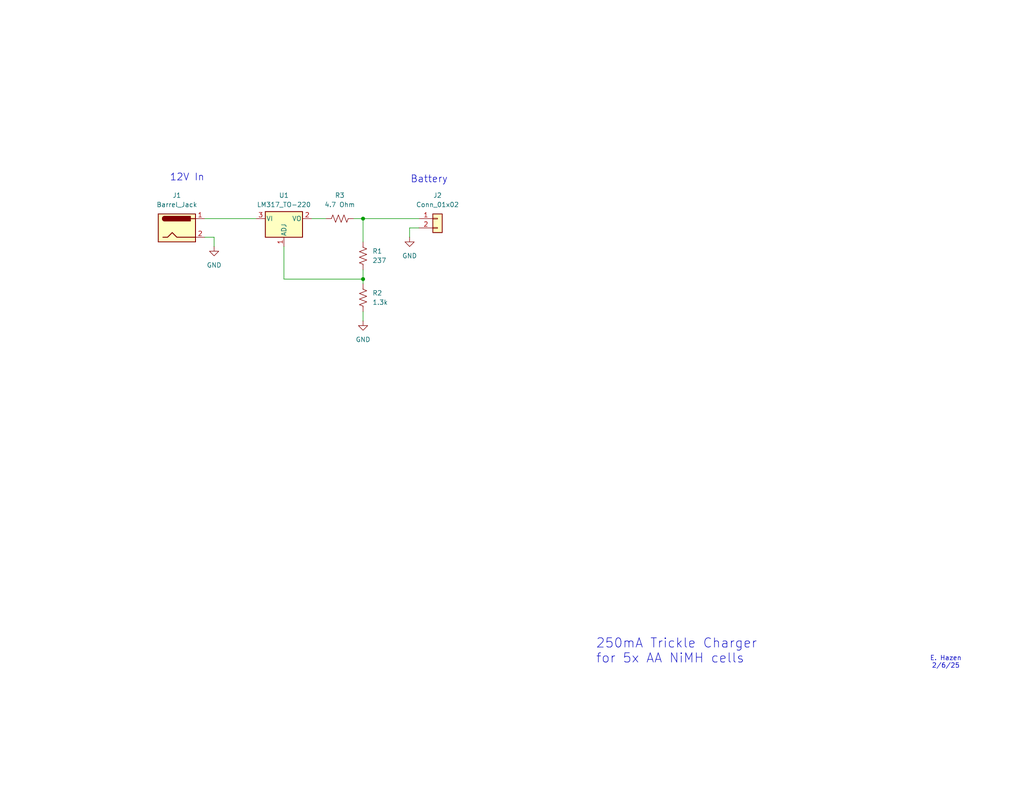
<source format=kicad_sch>
(kicad_sch (version 20231120) (generator "eeschema") (generator_version "8.0")
  (paper "A")
  (lib_symbols
    (symbol "Connector:Barrel_Jack" (pin_names (offset 1.016))
      (property "Reference" "J" (at 0 5.334 0))
      (property "Value" "Barrel_Jack" (at 0 -5.08 0))
      (symbol "Barrel_Jack_0_1"
        (rectangle (start -5.08 3.81) (end 5.08 -3.81) (stroke (width 0.254)) (fill (type background)))
        (arc (start -3.302 3.175) (mid -3.9343 2.54) (end -3.302 1.905) (stroke (width 0.254)))
        (arc (start -3.302 3.175) (mid -3.9343 2.54) (end -3.302 1.905) (stroke (width 0.254)) (fill (type outline)))
        (polyline (pts (xy 5.08 2.54) (xy 3.81 2.54)) (stroke (width 0.254)))
        (polyline (pts (xy -3.81 -2.54) (xy -2.54 -2.54) (xy -1.27 -1.27) (xy 0 -2.54) (xy 2.54 -2.54) (xy 5.08 -2.54)) (stroke (width 0.254)))
        (rectangle (start 3.683 3.175) (end -3.302 1.905) (stroke (width 0.254)) (fill (type outline)))
      )
      (symbol "Barrel_Jack_1_1"
        (pin passive line (at 7.62 2.54 180) (length 2.54) (name "~") (number "1"))
        (pin passive line (at 7.62 -2.54 180) (length 2.54) (name "~") (number "2"))
      )
    )
    (symbol "Connector_Generic:Conn_01x02" (pin_names (offset 1.016) hide)
      (property "Reference" "J" (at 0 2.54 0))
      (property "Value" "Conn_01x02" (at 0 -5.08 0))
      (symbol "Conn_01x02_1_1"
        (rectangle (start -1.27 -2.413) (end 0 -2.667) (stroke (width 0.1524)))
        (rectangle (start -1.27 0.127) (end 0 -0.127) (stroke (width 0.1524)))
        (rectangle (start -1.27 1.27) (end 1.27 -3.81) (stroke (width 0.254)) (fill (type background)))
        (pin passive line (at -5.08 0 0) (length 3.81) (name "Pin_1") (number "1"))
        (pin passive line (at -5.08 -2.54 0) (length 3.81) (name "Pin_2") (number "2"))
      )
    )
    (symbol "Device:R_US" (pin_numbers hide) (pin_names (offset 0))
      (property "Reference" "R" (at 2.54 0 90))
      (property "Value" "R_US" (at -2.54 0 90))
      (symbol "R_US_0_1"
        (polyline (pts (xy 0 -2.286) (xy 0 -2.54)))
        (polyline (pts (xy 0 2.286) (xy 0 2.54)))
        (polyline (pts (xy 0 -0.762) (xy 1.016 -1.143) (xy 0 -1.524) (xy -1.016 -1.905) (xy 0 -2.286)))
        (polyline (pts (xy 0 0.762) (xy 1.016 0.381) (xy 0 0) (xy -1.016 -0.381) (xy 0 -0.762)))
        (polyline (pts (xy 0 2.286) (xy 1.016 1.905) (xy 0 1.524) (xy -1.016 1.143) (xy 0 0.762)))
      )
      (symbol "R_US_1_1"
        (pin passive line (at 0 3.81 270) (length 1.27) (name "~") (number "1"))
        (pin passive line (at 0 -3.81 90) (length 1.27) (name "~") (number "2"))
      )
    )
    (symbol "Regulator_Linear:LM317_TO-220" (pin_names (offset 0.254))
      (property "Reference" "U" (at -3.81 3.175 0))
      (property "Value" "LM317_TO-220" (at 0 3.175 0))
      (symbol "LM317_TO-220_0_1"
        (rectangle (start -5.08 1.905) (end 5.08 -5.08) (stroke (width 0.254)) (fill (type background)))
      )
      (symbol "LM317_TO-220_1_1"
        (pin input line (at 0 -7.62 90) (length 2.54) (name "ADJ") (number "1"))
        (pin power_out line (at 7.62 0 180) (length 2.54) (name "VO") (number "2"))
        (pin power_in line (at -7.62 0 0) (length 2.54) (name "VI") (number "3"))
      )
    )
    (symbol "power:GND" (power) (pin_numbers hide) (pin_names (offset 0) hide)
      (property "Value" "GND" (at 0 -3.81 0))
      (symbol "GND_0_1"
        (polyline (pts (xy 0 0) (xy 0 -1.27) (xy 1.27 -1.27) (xy 0 -2.54) (xy -1.27 -1.27) (xy 0 -1.27)))
      )
      (symbol "GND_1_1"
        (pin power_in line (at 0 0 270) (length 0) (name "~") (number "1"))
      )
    )
  )
  (junction (at 99.06 76.2))
  (junction (at 99.06 59.69))
  (wire (pts (xy 99.06 85.09) (xy 99.06 87.63)))
  (wire (pts (xy 99.06 73.66) (xy 99.06 76.2)))
  (wire (pts (xy 96.52 59.69) (xy 99.06 59.69)))
  (wire (pts (xy 114.3 62.23) (xy 111.76 62.23)))
  (wire (pts (xy 99.06 76.2) (xy 99.06 77.47)))
  (wire (pts (xy 111.76 62.23) (xy 111.76 64.77)))
  (wire (pts (xy 55.88 64.77) (xy 58.42 64.77)))
  (wire (pts (xy 77.47 67.31) (xy 77.47 76.2)))
  (wire (pts (xy 58.42 64.77) (xy 58.42 67.31)))
  (wire (pts (xy 99.06 59.69) (xy 99.06 66.04)))
  (wire (pts (xy 77.47 76.2) (xy 99.06 76.2)))
  (wire (pts (xy 99.06 59.69) (xy 114.3 59.69)))
  (wire (pts (xy 55.88 59.69) (xy 69.85 59.69)))
  (wire (pts (xy 85.09 59.69) (xy 88.9 59.69)))
  (text "E. Hazen\n2/6/25" (at 258.064 180.848 0) (effects (font (size 1.27 1.27))))
  (text "250mA Trickle Charger\nfor 5x AA NiMH cells" (at 162.56 177.8 0) (effects (font (size 2.54 2.54)) (justify left)))
  (text "Battery" (at 117.094 49.022 0) (effects (font (size 1.905 1.905))))
  (text "12V In" (at 51.054 48.514 0) (effects (font (size 1.905 1.905))))
  (symbol (lib_id "power:GND") (at 99.06 87.63 0) (unit 1)
    (property "Reference" "#PWR01" (effects (hide yes)))
    (property "Value" "GND" (at 99.06 92.71 0))
    (property "Description" "Power symbol creates a global label with name \"GND\" , ground" (effects (hide yes)))
  )
  (symbol (lib_id "power:GND") (at 111.76 64.77 0) (unit 1)
    (property "Reference" "#PWR03" (effects (hide yes)))
    (property "Value" "GND" (at 111.76 69.85 0))
    (property "Description" "Power symbol creates a global label with name \"GND\" , ground" (effects (hide yes)))
  )
  (symbol (lib_id "Connector:Barrel_Jack") (at 48.26 62.23 0) (unit 1)
    (property "Reference" "J1" (at 48.26 53.34 0))
    (property "Value" "Barrel_Jack" (at 48.26 55.88 0))
    (property "Footprint" "CUI_PJ-002B:CUI_PJ-002B" (effects (hide yes)))
    (property "Description" "DC Barrel Jack" (effects (hide yes)))
  )
  (symbol (lib_id "Device:R_US") (at 99.06 81.28 0) (unit 1)
    (property "Reference" "R2" (at 101.6 80.0099 0) (effects (justify left)))
    (property "Value" "1.3k" (at 101.6 82.5499 0) (effects (justify left)))
    (property "Footprint" "Resistor_THT:R_Axial_DIN0207_L6.3mm_D2.5mm_P10.16mm_Horizontal" (effects (hide yes)))
    (property "Description" "Resistor, US symbol" (effects (hide yes)))
  )
  (symbol (lib_id "Connector_Generic:Conn_01x02") (at 119.38 59.69 0) (unit 1)
    (property "Reference" "J2" (at 119.38 53.34 0))
    (property "Value" "Conn_01x02" (at 119.38 55.88 0))
    (property "Footprint" "CUI_PJ-002B:CUI_PJ-002B" (effects (hide yes)))
    (property "Description" "Generic connector, single row, 01x02, script generated (kicad-library-utils/schlib/autogen/connector/)" (effects (hide yes)))
  )
  (symbol (lib_id "power:GND") (at 58.42 67.31 0) (unit 1)
    (property "Reference" "#PWR02" (effects (hide yes)))
    (property "Value" "GND" (at 58.42 72.39 0))
    (property "Description" "Power symbol creates a global label with name \"GND\" , ground" (effects (hide yes)))
  )
  (symbol (lib_id "Device:R_US") (at 99.06 69.85 0) (unit 1)
    (property "Reference" "R1" (at 101.6 68.5799 0) (effects (justify left)))
    (property "Value" "237" (at 101.6 71.1199 0) (effects (justify left)))
    (property "Footprint" "Resistor_THT:R_Axial_DIN0207_L6.3mm_D2.5mm_P10.16mm_Horizontal" (effects (hide yes)))
    (property "Description" "Resistor, US symbol" (effects (hide yes)))
  )
  (symbol (lib_id "Regulator_Linear:LM317_TO-220") (at 77.47 59.69 0) (unit 1)
    (property "Reference" "U1" (at 77.47 53.34 0))
    (property "Value" "LM317_TO-220" (at 77.47 55.88 0))
    (property "Footprint" "Package_TO_SOT_THT:TO-220-3_Vertical" (effects (hide yes)))
    (property "Datasheet" "http://www.ti.com/lit/ds/symlink/lm317.pdf" (effects (hide yes)))
    (property "Description" "1.5A 35V Adjustable Linear Regulator, TO-220" (effects (hide yes)))
  )
  (symbol (lib_id "Device:R_US") (at 92.71 59.69 90) (unit 1)
    (property "Reference" "R3" (at 92.71 53.34 90))
    (property "Value" "4.7 Ohm" (at 92.71 55.88 90))
    (property "Footprint" "Resistor_THT:R_Axial_DIN0207_L6.3mm_D2.5mm_P10.16mm_Horizontal" (effects (hide yes)))
    (property "Description" "Resistor, US symbol" (effects (hide yes)))
  )
)
</source>
